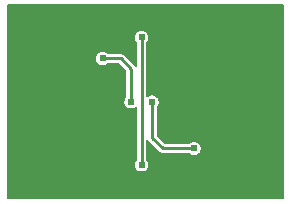
<source format=gbl>
G04 Layer: BottomLayer*
G04 EasyEDA v6.4.20.6, 2021-08-10T17:15:55+02:00*
G04 7b13affcda024765ae535b18742ed463,10*
G04 Gerber Generator version 0.2*
G04 Scale: 100 percent, Rotated: No, Reflected: No *
G04 Dimensions in millimeters *
G04 leading zeros omitted , absolute positions ,4 integer and 5 decimal *
%FSLAX45Y45*%
%MOMM*%

%ADD10C,0.2540*%
%ADD12C,0.6096*%
%ADD13C,0.6100*%

%LPD*%
G36*
X51968Y-1776577D02*
G01*
X48056Y-1775815D01*
X44805Y-1773631D01*
X42570Y-1770329D01*
X41808Y-1766417D01*
X41808Y-138582D01*
X42570Y-134670D01*
X44805Y-131368D01*
X48056Y-129184D01*
X51968Y-128422D01*
X2379827Y-128422D01*
X2383739Y-129184D01*
X2387041Y-131368D01*
X2389225Y-134670D01*
X2389987Y-138582D01*
X2389987Y-1766417D01*
X2389225Y-1770329D01*
X2387041Y-1773631D01*
X2383739Y-1775815D01*
X2379827Y-1776577D01*
G37*

%LPC*%
G36*
X1181100Y-1542237D02*
G01*
X1190904Y-1541373D01*
X1200353Y-1538833D01*
X1209294Y-1534718D01*
X1217320Y-1529080D01*
X1224280Y-1522120D01*
X1229918Y-1514094D01*
X1234033Y-1505153D01*
X1236573Y-1495704D01*
X1237437Y-1485900D01*
X1236573Y-1476095D01*
X1234033Y-1466646D01*
X1229918Y-1457706D01*
X1224280Y-1449679D01*
X1222705Y-1448104D01*
X1220470Y-1444802D01*
X1219708Y-1440891D01*
X1219708Y-1284884D01*
X1220571Y-1280871D01*
X1222908Y-1277467D01*
X1226464Y-1275334D01*
X1230528Y-1274775D01*
X1234490Y-1275842D01*
X1237742Y-1278432D01*
X1243076Y-1284935D01*
X1331264Y-1373124D01*
X1337462Y-1378254D01*
X1344168Y-1381810D01*
X1351381Y-1383995D01*
X1359408Y-1384808D01*
X1580591Y-1384808D01*
X1584502Y-1385570D01*
X1587804Y-1387805D01*
X1589379Y-1389380D01*
X1597406Y-1395018D01*
X1606346Y-1399133D01*
X1615795Y-1401673D01*
X1625600Y-1402537D01*
X1635404Y-1401673D01*
X1644853Y-1399133D01*
X1653793Y-1395018D01*
X1661820Y-1389380D01*
X1668780Y-1382420D01*
X1674418Y-1374394D01*
X1678533Y-1365453D01*
X1681073Y-1356004D01*
X1681937Y-1346200D01*
X1681073Y-1336395D01*
X1678533Y-1326946D01*
X1674418Y-1318006D01*
X1668780Y-1309979D01*
X1661820Y-1303020D01*
X1653793Y-1297381D01*
X1644853Y-1293266D01*
X1635404Y-1290726D01*
X1625600Y-1289862D01*
X1615795Y-1290726D01*
X1606346Y-1293266D01*
X1597406Y-1297381D01*
X1589379Y-1303020D01*
X1587804Y-1304594D01*
X1584502Y-1306830D01*
X1580591Y-1307592D01*
X1379118Y-1307592D01*
X1375206Y-1306830D01*
X1371904Y-1304594D01*
X1311605Y-1244295D01*
X1309370Y-1240993D01*
X1308608Y-1237081D01*
X1308608Y-997508D01*
X1309370Y-993597D01*
X1311605Y-990295D01*
X1313180Y-988720D01*
X1318818Y-980694D01*
X1322933Y-971753D01*
X1325473Y-962304D01*
X1326337Y-952500D01*
X1325473Y-942695D01*
X1322933Y-933246D01*
X1318818Y-924306D01*
X1313180Y-916279D01*
X1306220Y-909319D01*
X1298194Y-903681D01*
X1289253Y-899566D01*
X1279804Y-897026D01*
X1270000Y-896162D01*
X1260195Y-897026D01*
X1250746Y-899566D01*
X1241806Y-903681D01*
X1235710Y-907999D01*
X1231646Y-909675D01*
X1227226Y-909472D01*
X1223314Y-907440D01*
X1220673Y-903986D01*
X1219708Y-899668D01*
X1219708Y-451408D01*
X1220470Y-447497D01*
X1222705Y-444195D01*
X1224280Y-442620D01*
X1229918Y-434593D01*
X1234033Y-425653D01*
X1236573Y-416204D01*
X1237437Y-406400D01*
X1236573Y-396595D01*
X1234033Y-387146D01*
X1229918Y-378206D01*
X1224280Y-370179D01*
X1217320Y-363220D01*
X1209294Y-357581D01*
X1200353Y-353466D01*
X1190904Y-350926D01*
X1181100Y-350062D01*
X1171295Y-350926D01*
X1161846Y-353466D01*
X1152906Y-357581D01*
X1144879Y-363220D01*
X1137920Y-370179D01*
X1132281Y-378206D01*
X1128166Y-387146D01*
X1125626Y-396595D01*
X1124762Y-406400D01*
X1125626Y-416204D01*
X1128166Y-425653D01*
X1132281Y-434593D01*
X1137920Y-442620D01*
X1139494Y-444195D01*
X1141730Y-447497D01*
X1142492Y-451408D01*
X1142492Y-645515D01*
X1141679Y-649528D01*
X1139291Y-652932D01*
X1135735Y-655066D01*
X1131671Y-655624D01*
X1127709Y-654558D01*
X1124458Y-651967D01*
X1119124Y-645464D01*
X1030935Y-557276D01*
X1024737Y-552145D01*
X1018032Y-548589D01*
X1010818Y-546404D01*
X1002792Y-545592D01*
X895908Y-545592D01*
X891997Y-544830D01*
X888695Y-542594D01*
X887120Y-541020D01*
X879094Y-535381D01*
X870153Y-531266D01*
X860704Y-528726D01*
X850900Y-527862D01*
X841095Y-528726D01*
X831646Y-531266D01*
X822706Y-535381D01*
X814679Y-541020D01*
X807720Y-547979D01*
X802081Y-556006D01*
X797966Y-564946D01*
X795426Y-574395D01*
X794562Y-584200D01*
X795426Y-594004D01*
X797966Y-603453D01*
X802081Y-612394D01*
X807720Y-620420D01*
X814679Y-627380D01*
X822706Y-633018D01*
X831646Y-637133D01*
X841095Y-639673D01*
X850900Y-640537D01*
X860704Y-639673D01*
X870153Y-637133D01*
X879094Y-633018D01*
X887120Y-627380D01*
X888695Y-625805D01*
X891997Y-623570D01*
X895908Y-622808D01*
X983081Y-622808D01*
X986993Y-623570D01*
X990295Y-625805D01*
X1050594Y-686104D01*
X1052830Y-689406D01*
X1053592Y-693318D01*
X1053592Y-907491D01*
X1052830Y-911402D01*
X1050594Y-914704D01*
X1049020Y-916279D01*
X1043381Y-924306D01*
X1039266Y-933246D01*
X1036726Y-942695D01*
X1035862Y-952500D01*
X1036726Y-962304D01*
X1039266Y-971753D01*
X1043381Y-980694D01*
X1049020Y-988720D01*
X1055979Y-995680D01*
X1064006Y-1001318D01*
X1072946Y-1005433D01*
X1082395Y-1007973D01*
X1092200Y-1008837D01*
X1102004Y-1007973D01*
X1111453Y-1005433D01*
X1120394Y-1001318D01*
X1126490Y-997000D01*
X1130554Y-995324D01*
X1134973Y-995527D01*
X1138885Y-997559D01*
X1141526Y-1001014D01*
X1142492Y-1005332D01*
X1142492Y-1440891D01*
X1141730Y-1444802D01*
X1139494Y-1448104D01*
X1137920Y-1449679D01*
X1132281Y-1457706D01*
X1128166Y-1466646D01*
X1125626Y-1476095D01*
X1124762Y-1485900D01*
X1125626Y-1495704D01*
X1128166Y-1505153D01*
X1132281Y-1514094D01*
X1137920Y-1522120D01*
X1144879Y-1529080D01*
X1152906Y-1534718D01*
X1161846Y-1538833D01*
X1171295Y-1541373D01*
G37*

%LPD*%
D10*
X1181100Y-406400D02*
G01*
X1181100Y-1485900D01*
X1625600Y-1346200D02*
G01*
X1358900Y-1346200D01*
X1270000Y-1257300D01*
X1270000Y-952500D01*
X850900Y-584200D02*
G01*
X1003300Y-584200D01*
X1092200Y-673100D01*
X1092200Y-952500D01*
D12*
G01*
X1181100Y-406400D03*
G01*
X1181100Y-1485900D03*
G01*
X1625600Y-1346200D03*
G01*
X850900Y-584200D03*
G01*
X1270000Y-952500D03*
G01*
X1092200Y-952500D03*
G01*
X1524000Y-330200D03*
G01*
X1524000Y-584200D03*
D13*
G01*
X939800Y-1346200D03*
G01*
X939800Y-1600200D03*
G01*
X875891Y-1346200D03*
G01*
X812391Y-1346200D03*
G01*
X748891Y-1346200D03*
G01*
X875891Y-1600200D03*
G01*
X812391Y-1600200D03*
G01*
X748891Y-1600200D03*
G01*
X1587634Y-330200D03*
G01*
X1651134Y-330200D03*
G01*
X1717174Y-330200D03*
G01*
X1587634Y-584200D03*
G01*
X1651134Y-584200D03*
G01*
X1714634Y-584200D03*
G01*
X1524000Y-393700D03*
G01*
X1524000Y-457200D03*
G01*
X1524000Y-520204D03*
G01*
X939800Y-1409204D03*
G01*
X939800Y-1475244D03*
G01*
X939800Y-1536204D03*
G01*
X1587634Y-393204D03*
G01*
X1651134Y-393204D03*
G01*
X1717174Y-393204D03*
G01*
X1587634Y-457174D03*
G01*
X1651134Y-458114D03*
G01*
X1717174Y-458114D03*
G01*
X1587634Y-520204D03*
G01*
X1651134Y-522084D03*
G01*
X1717174Y-521144D03*
G01*
X875891Y-1410144D03*
G01*
X875891Y-1475054D03*
G01*
X875891Y-1537144D03*
G01*
X812391Y-1409204D03*
G01*
X748891Y-1409204D03*
G01*
X748891Y-1472232D03*
G01*
X812391Y-1472232D03*
G01*
X812391Y-1535262D03*
G01*
X748891Y-1537144D03*
M02*

</source>
